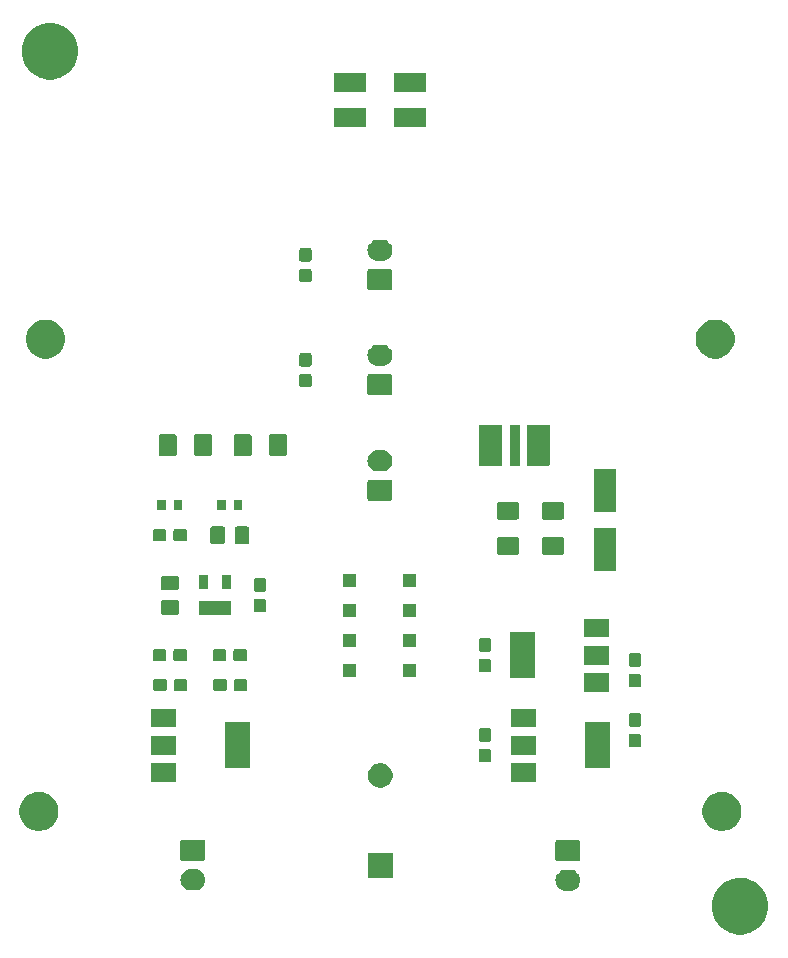
<source format=gbr>
%TF.GenerationSoftware,KiCad,Pcbnew,(5.1.5)-3*%
%TF.CreationDate,2020-08-07T17:04:35+02:00*%
%TF.ProjectId,continuity,636f6e74-696e-4756-9974-792e6b696361,rev?*%
%TF.SameCoordinates,Original*%
%TF.FileFunction,Soldermask,Top*%
%TF.FilePolarity,Negative*%
%FSLAX46Y46*%
G04 Gerber Fmt 4.6, Leading zero omitted, Abs format (unit mm)*
G04 Created by KiCad (PCBNEW (5.1.5)-3) date 2020-08-07 17:04:35*
%MOMM*%
%LPD*%
G04 APERTURE LIST*
%ADD10C,0.100000*%
G04 APERTURE END LIST*
D10*
G36*
X90638275Y-99245821D02*
G01*
X90870142Y-99291942D01*
X91025585Y-99356329D01*
X91306967Y-99472881D01*
X91437418Y-99560046D01*
X91700102Y-99735565D01*
X92034435Y-100069898D01*
X92150961Y-100244292D01*
X92297119Y-100463033D01*
X92478058Y-100899859D01*
X92570300Y-101363590D01*
X92570300Y-101836410D01*
X92478058Y-102300141D01*
X92297119Y-102736967D01*
X92297118Y-102736968D01*
X92034435Y-103130102D01*
X91700102Y-103464435D01*
X91437418Y-103639954D01*
X91306967Y-103727119D01*
X91051081Y-103833110D01*
X90870142Y-103908058D01*
X90406410Y-104000300D01*
X89933590Y-104000300D01*
X89469858Y-103908058D01*
X89288919Y-103833110D01*
X89033033Y-103727119D01*
X88902582Y-103639954D01*
X88639898Y-103464435D01*
X88305565Y-103130102D01*
X88042882Y-102736968D01*
X88042881Y-102736967D01*
X87861942Y-102300141D01*
X87769700Y-101836410D01*
X87769700Y-101363590D01*
X87861942Y-100899859D01*
X88042881Y-100463033D01*
X88189039Y-100244292D01*
X88305565Y-100069898D01*
X88639898Y-99735565D01*
X88902582Y-99560046D01*
X89033033Y-99472881D01*
X89314415Y-99356329D01*
X89469858Y-99291942D01*
X89933590Y-99199700D01*
X90406410Y-99199700D01*
X90638275Y-99245821D01*
G37*
G36*
X75849467Y-98501847D02*
G01*
X75915652Y-98508366D01*
X76085491Y-98559886D01*
X76242016Y-98643551D01*
X76277754Y-98672881D01*
X76379211Y-98756143D01*
X76458976Y-98853338D01*
X76491803Y-98893338D01*
X76575468Y-99049863D01*
X76626988Y-99219702D01*
X76644384Y-99396329D01*
X76626988Y-99572956D01*
X76575468Y-99742795D01*
X76491803Y-99899320D01*
X76462473Y-99935058D01*
X76379211Y-100036515D01*
X76290756Y-100109107D01*
X76242016Y-100149107D01*
X76085491Y-100232772D01*
X75915652Y-100284292D01*
X75849467Y-100290811D01*
X75783285Y-100297329D01*
X75394765Y-100297329D01*
X75328583Y-100290811D01*
X75262398Y-100284292D01*
X75092559Y-100232772D01*
X74936034Y-100149107D01*
X74887294Y-100109107D01*
X74798839Y-100036515D01*
X74715577Y-99935058D01*
X74686247Y-99899320D01*
X74602582Y-99742795D01*
X74551062Y-99572956D01*
X74533666Y-99396329D01*
X74551062Y-99219702D01*
X74602582Y-99049863D01*
X74686247Y-98893338D01*
X74719074Y-98853338D01*
X74798839Y-98756143D01*
X74900296Y-98672881D01*
X74936034Y-98643551D01*
X75092559Y-98559886D01*
X75262398Y-98508366D01*
X75328582Y-98501848D01*
X75394765Y-98495329D01*
X75783285Y-98495329D01*
X75849467Y-98501847D01*
G37*
G36*
X44099467Y-98461847D02*
G01*
X44165652Y-98468366D01*
X44335491Y-98519886D01*
X44492016Y-98603551D01*
X44527754Y-98632881D01*
X44629211Y-98716143D01*
X44712473Y-98817600D01*
X44741803Y-98853338D01*
X44825468Y-99009863D01*
X44876988Y-99179702D01*
X44894384Y-99356329D01*
X44876988Y-99532956D01*
X44825468Y-99702795D01*
X44741803Y-99859320D01*
X44712473Y-99895058D01*
X44629211Y-99996515D01*
X44539792Y-100069898D01*
X44492016Y-100109107D01*
X44335491Y-100192772D01*
X44165652Y-100244292D01*
X44099468Y-100250810D01*
X44033285Y-100257329D01*
X43644765Y-100257329D01*
X43578582Y-100250810D01*
X43512398Y-100244292D01*
X43342559Y-100192772D01*
X43186034Y-100109107D01*
X43138258Y-100069898D01*
X43048839Y-99996515D01*
X42965577Y-99895058D01*
X42936247Y-99859320D01*
X42852582Y-99702795D01*
X42801062Y-99532956D01*
X42783666Y-99356329D01*
X42801062Y-99179702D01*
X42852582Y-99009863D01*
X42936247Y-98853338D01*
X42965577Y-98817600D01*
X43048839Y-98716143D01*
X43150296Y-98632881D01*
X43186034Y-98603551D01*
X43342559Y-98519886D01*
X43512398Y-98468366D01*
X43578583Y-98461847D01*
X43644765Y-98455329D01*
X44033285Y-98455329D01*
X44099467Y-98461847D01*
G37*
G36*
X60765025Y-99177329D02*
G01*
X58663025Y-99177329D01*
X58663025Y-97075329D01*
X60765025Y-97075329D01*
X60765025Y-99177329D01*
G37*
G36*
X76497625Y-95999318D02*
G01*
X76530677Y-96009344D01*
X76561128Y-96025621D01*
X76587824Y-96047530D01*
X76609733Y-96074226D01*
X76626010Y-96104677D01*
X76636036Y-96137729D01*
X76640025Y-96178232D01*
X76640025Y-97614426D01*
X76636036Y-97654929D01*
X76626010Y-97687981D01*
X76609733Y-97718432D01*
X76587824Y-97745128D01*
X76561128Y-97767037D01*
X76530677Y-97783314D01*
X76497625Y-97793340D01*
X76457122Y-97797329D01*
X74720928Y-97797329D01*
X74680425Y-97793340D01*
X74647373Y-97783314D01*
X74616922Y-97767037D01*
X74590226Y-97745128D01*
X74568317Y-97718432D01*
X74552040Y-97687981D01*
X74542014Y-97654929D01*
X74538025Y-97614426D01*
X74538025Y-96178232D01*
X74542014Y-96137729D01*
X74552040Y-96104677D01*
X74568317Y-96074226D01*
X74590226Y-96047530D01*
X74616922Y-96025621D01*
X74647373Y-96009344D01*
X74680425Y-95999318D01*
X74720928Y-95995329D01*
X76457122Y-95995329D01*
X76497625Y-95999318D01*
G37*
G36*
X44747625Y-95959318D02*
G01*
X44780677Y-95969344D01*
X44811128Y-95985621D01*
X44837824Y-96007530D01*
X44859733Y-96034226D01*
X44876010Y-96064677D01*
X44886036Y-96097729D01*
X44890025Y-96138232D01*
X44890025Y-97574426D01*
X44886036Y-97614929D01*
X44876010Y-97647981D01*
X44859733Y-97678432D01*
X44837824Y-97705128D01*
X44811128Y-97727037D01*
X44780677Y-97743314D01*
X44747625Y-97753340D01*
X44707122Y-97757329D01*
X42970928Y-97757329D01*
X42930425Y-97753340D01*
X42897373Y-97743314D01*
X42866922Y-97727037D01*
X42840226Y-97705128D01*
X42818317Y-97678432D01*
X42802040Y-97647981D01*
X42792014Y-97614929D01*
X42788025Y-97574426D01*
X42788025Y-96138232D01*
X42792014Y-96097729D01*
X42802040Y-96064677D01*
X42818317Y-96034226D01*
X42840226Y-96007530D01*
X42866922Y-95985621D01*
X42897373Y-95969344D01*
X42930425Y-95959318D01*
X42970928Y-95955329D01*
X44707122Y-95955329D01*
X44747625Y-95959318D01*
G37*
G36*
X89002325Y-91968812D02*
G01*
X89108648Y-91989961D01*
X89321106Y-92077964D01*
X89408530Y-92114176D01*
X89409111Y-92114417D01*
X89679520Y-92295099D01*
X89909484Y-92525063D01*
X90090166Y-92795472D01*
X90214622Y-93095935D01*
X90278069Y-93414905D01*
X90278069Y-93740123D01*
X90214622Y-94059093D01*
X90090166Y-94359556D01*
X89909484Y-94629965D01*
X89679520Y-94859929D01*
X89409111Y-95040611D01*
X89108648Y-95165067D01*
X89002325Y-95186216D01*
X88789680Y-95228514D01*
X88464458Y-95228514D01*
X88251813Y-95186216D01*
X88145490Y-95165067D01*
X87845027Y-95040611D01*
X87574618Y-94859929D01*
X87344654Y-94629965D01*
X87163972Y-94359556D01*
X87039516Y-94059093D01*
X86976069Y-93740123D01*
X86976069Y-93414905D01*
X87039516Y-93095935D01*
X87163972Y-92795472D01*
X87344654Y-92525063D01*
X87574618Y-92295099D01*
X87845027Y-92114417D01*
X87845609Y-92114176D01*
X87933032Y-92077964D01*
X88145490Y-91989961D01*
X88251813Y-91968812D01*
X88464458Y-91926514D01*
X88789680Y-91926514D01*
X89002325Y-91968812D01*
G37*
G36*
X31176326Y-91968571D02*
G01*
X31282649Y-91989720D01*
X31583112Y-92114176D01*
X31853521Y-92294858D01*
X32083485Y-92524822D01*
X32264167Y-92795231D01*
X32388623Y-93095694D01*
X32452070Y-93414664D01*
X32452070Y-93739882D01*
X32388623Y-94058852D01*
X32264167Y-94359315D01*
X32083485Y-94629724D01*
X31853521Y-94859688D01*
X31583112Y-95040370D01*
X31583111Y-95040371D01*
X31583110Y-95040371D01*
X31582528Y-95040612D01*
X31282649Y-95164826D01*
X31176326Y-95185975D01*
X30963681Y-95228273D01*
X30638459Y-95228273D01*
X30425814Y-95185975D01*
X30319491Y-95164826D01*
X30019612Y-95040612D01*
X30019030Y-95040371D01*
X30019029Y-95040371D01*
X30019028Y-95040370D01*
X29748619Y-94859688D01*
X29518655Y-94629724D01*
X29337973Y-94359315D01*
X29213517Y-94058852D01*
X29150070Y-93739882D01*
X29150070Y-93414664D01*
X29213517Y-93095694D01*
X29337973Y-92795231D01*
X29518655Y-92524822D01*
X29748619Y-92294858D01*
X30019028Y-92114176D01*
X30319491Y-91989720D01*
X30425814Y-91968571D01*
X30638459Y-91926273D01*
X30963681Y-91926273D01*
X31176326Y-91968571D01*
G37*
G36*
X60020589Y-89515718D02*
G01*
X60211858Y-89594944D01*
X60211860Y-89594945D01*
X60383998Y-89709964D01*
X60530390Y-89856356D01*
X60645410Y-90028496D01*
X60724636Y-90219765D01*
X60765025Y-90422813D01*
X60765025Y-90629845D01*
X60724636Y-90832893D01*
X60645410Y-91024162D01*
X60645409Y-91024164D01*
X60530390Y-91196302D01*
X60383998Y-91342694D01*
X60211860Y-91457713D01*
X60211859Y-91457714D01*
X60211858Y-91457714D01*
X60020589Y-91536940D01*
X59817541Y-91577329D01*
X59610509Y-91577329D01*
X59407461Y-91536940D01*
X59216192Y-91457714D01*
X59216191Y-91457714D01*
X59216190Y-91457713D01*
X59044052Y-91342694D01*
X58897660Y-91196302D01*
X58782641Y-91024164D01*
X58782640Y-91024162D01*
X58703414Y-90832893D01*
X58663025Y-90629845D01*
X58663025Y-90422813D01*
X58703414Y-90219765D01*
X58782640Y-90028496D01*
X58897660Y-89856356D01*
X59044052Y-89709964D01*
X59216190Y-89594945D01*
X59216192Y-89594944D01*
X59407461Y-89515718D01*
X59610509Y-89475329D01*
X59817541Y-89475329D01*
X60020589Y-89515718D01*
G37*
G36*
X72867000Y-91067329D02*
G01*
X70765000Y-91067329D01*
X70765000Y-89465329D01*
X72867000Y-89465329D01*
X72867000Y-91067329D01*
G37*
G36*
X42375025Y-91067329D02*
G01*
X40273025Y-91067329D01*
X40273025Y-89465329D01*
X42375025Y-89465329D01*
X42375025Y-91067329D01*
G37*
G36*
X48675025Y-89917329D02*
G01*
X46573025Y-89917329D01*
X46573025Y-86015329D01*
X48675025Y-86015329D01*
X48675025Y-89917329D01*
G37*
G36*
X79167000Y-89917329D02*
G01*
X77065000Y-89917329D01*
X77065000Y-86015329D01*
X79167000Y-86015329D01*
X79167000Y-89917329D01*
G37*
G36*
X68928524Y-88269774D02*
G01*
X68966020Y-88281149D01*
X69000579Y-88299621D01*
X69030872Y-88324482D01*
X69055733Y-88354775D01*
X69074205Y-88389334D01*
X69085580Y-88426830D01*
X69090025Y-88471967D01*
X69090025Y-89210691D01*
X69085580Y-89255828D01*
X69074205Y-89293324D01*
X69055733Y-89327883D01*
X69030872Y-89358176D01*
X69000579Y-89383037D01*
X68966020Y-89401509D01*
X68928524Y-89412884D01*
X68883387Y-89417329D01*
X68244663Y-89417329D01*
X68199526Y-89412884D01*
X68162030Y-89401509D01*
X68127471Y-89383037D01*
X68097178Y-89358176D01*
X68072317Y-89327883D01*
X68053845Y-89293324D01*
X68042470Y-89255828D01*
X68038025Y-89210691D01*
X68038025Y-88471967D01*
X68042470Y-88426830D01*
X68053845Y-88389334D01*
X68072317Y-88354775D01*
X68097178Y-88324482D01*
X68127471Y-88299621D01*
X68162030Y-88281149D01*
X68199526Y-88269774D01*
X68244663Y-88265329D01*
X68883387Y-88265329D01*
X68928524Y-88269774D01*
G37*
G36*
X72867000Y-88767329D02*
G01*
X70765000Y-88767329D01*
X70765000Y-87165329D01*
X72867000Y-87165329D01*
X72867000Y-88767329D01*
G37*
G36*
X42375025Y-88767329D02*
G01*
X40273025Y-88767329D01*
X40273025Y-87165329D01*
X42375025Y-87165329D01*
X42375025Y-88767329D01*
G37*
G36*
X81628524Y-86999774D02*
G01*
X81666020Y-87011149D01*
X81700579Y-87029621D01*
X81730872Y-87054482D01*
X81755733Y-87084775D01*
X81774205Y-87119334D01*
X81785580Y-87156830D01*
X81790025Y-87201967D01*
X81790025Y-87940691D01*
X81785580Y-87985828D01*
X81774205Y-88023324D01*
X81755733Y-88057883D01*
X81730872Y-88088176D01*
X81700579Y-88113037D01*
X81666020Y-88131509D01*
X81628524Y-88142884D01*
X81583387Y-88147329D01*
X80944663Y-88147329D01*
X80899526Y-88142884D01*
X80862030Y-88131509D01*
X80827471Y-88113037D01*
X80797178Y-88088176D01*
X80772317Y-88057883D01*
X80753845Y-88023324D01*
X80742470Y-87985828D01*
X80738025Y-87940691D01*
X80738025Y-87201967D01*
X80742470Y-87156830D01*
X80753845Y-87119334D01*
X80772317Y-87084775D01*
X80797178Y-87054482D01*
X80827471Y-87029621D01*
X80862030Y-87011149D01*
X80899526Y-86999774D01*
X80944663Y-86995329D01*
X81583387Y-86995329D01*
X81628524Y-86999774D01*
G37*
G36*
X68928524Y-86519774D02*
G01*
X68966020Y-86531149D01*
X69000579Y-86549621D01*
X69030872Y-86574482D01*
X69055733Y-86604775D01*
X69074205Y-86639334D01*
X69085580Y-86676830D01*
X69090025Y-86721967D01*
X69090025Y-87460691D01*
X69085580Y-87505828D01*
X69074205Y-87543324D01*
X69055733Y-87577883D01*
X69030872Y-87608176D01*
X69000579Y-87633037D01*
X68966020Y-87651509D01*
X68928524Y-87662884D01*
X68883387Y-87667329D01*
X68244663Y-87667329D01*
X68199526Y-87662884D01*
X68162030Y-87651509D01*
X68127471Y-87633037D01*
X68097178Y-87608176D01*
X68072317Y-87577883D01*
X68053845Y-87543324D01*
X68042470Y-87505828D01*
X68038025Y-87460691D01*
X68038025Y-86721967D01*
X68042470Y-86676830D01*
X68053845Y-86639334D01*
X68072317Y-86604775D01*
X68097178Y-86574482D01*
X68127471Y-86549621D01*
X68162030Y-86531149D01*
X68199526Y-86519774D01*
X68244663Y-86515329D01*
X68883387Y-86515329D01*
X68928524Y-86519774D01*
G37*
G36*
X72867000Y-86467329D02*
G01*
X70765000Y-86467329D01*
X70765000Y-84865329D01*
X72867000Y-84865329D01*
X72867000Y-86467329D01*
G37*
G36*
X42375025Y-86467329D02*
G01*
X40273025Y-86467329D01*
X40273025Y-84865329D01*
X42375025Y-84865329D01*
X42375025Y-86467329D01*
G37*
G36*
X81628524Y-85249774D02*
G01*
X81666020Y-85261149D01*
X81700579Y-85279621D01*
X81730872Y-85304482D01*
X81755733Y-85334775D01*
X81774205Y-85369334D01*
X81785580Y-85406830D01*
X81790025Y-85451967D01*
X81790025Y-86190691D01*
X81785580Y-86235828D01*
X81774205Y-86273324D01*
X81755733Y-86307883D01*
X81730872Y-86338176D01*
X81700579Y-86363037D01*
X81666020Y-86381509D01*
X81628524Y-86392884D01*
X81583387Y-86397329D01*
X80944663Y-86397329D01*
X80899526Y-86392884D01*
X80862030Y-86381509D01*
X80827471Y-86363037D01*
X80797178Y-86338176D01*
X80772317Y-86307883D01*
X80753845Y-86273324D01*
X80742470Y-86235828D01*
X80738025Y-86190691D01*
X80738025Y-85451967D01*
X80742470Y-85406830D01*
X80753845Y-85369334D01*
X80772317Y-85334775D01*
X80797178Y-85304482D01*
X80827471Y-85279621D01*
X80862030Y-85261149D01*
X80899526Y-85249774D01*
X80944663Y-85245329D01*
X81583387Y-85245329D01*
X81628524Y-85249774D01*
G37*
G36*
X79097000Y-83447329D02*
G01*
X76995000Y-83447329D01*
X76995000Y-81845329D01*
X79097000Y-81845329D01*
X79097000Y-83447329D01*
G37*
G36*
X46553524Y-82364774D02*
G01*
X46591020Y-82376149D01*
X46625579Y-82394621D01*
X46655872Y-82419482D01*
X46680733Y-82449775D01*
X46699205Y-82484334D01*
X46710580Y-82521830D01*
X46715025Y-82566967D01*
X46715025Y-83205691D01*
X46710580Y-83250828D01*
X46699205Y-83288324D01*
X46680733Y-83322883D01*
X46655872Y-83353176D01*
X46625579Y-83378037D01*
X46591020Y-83396509D01*
X46553524Y-83407884D01*
X46508387Y-83412329D01*
X45769663Y-83412329D01*
X45724526Y-83407884D01*
X45687030Y-83396509D01*
X45652471Y-83378037D01*
X45622178Y-83353176D01*
X45597317Y-83322883D01*
X45578845Y-83288324D01*
X45567470Y-83250828D01*
X45563025Y-83205691D01*
X45563025Y-82566967D01*
X45567470Y-82521830D01*
X45578845Y-82484334D01*
X45597317Y-82449775D01*
X45622178Y-82419482D01*
X45652471Y-82394621D01*
X45687030Y-82376149D01*
X45724526Y-82364774D01*
X45769663Y-82360329D01*
X46508387Y-82360329D01*
X46553524Y-82364774D01*
G37*
G36*
X48303524Y-82364774D02*
G01*
X48341020Y-82376149D01*
X48375579Y-82394621D01*
X48405872Y-82419482D01*
X48430733Y-82449775D01*
X48449205Y-82484334D01*
X48460580Y-82521830D01*
X48465025Y-82566967D01*
X48465025Y-83205691D01*
X48460580Y-83250828D01*
X48449205Y-83288324D01*
X48430733Y-83322883D01*
X48405872Y-83353176D01*
X48375579Y-83378037D01*
X48341020Y-83396509D01*
X48303524Y-83407884D01*
X48258387Y-83412329D01*
X47519663Y-83412329D01*
X47474526Y-83407884D01*
X47437030Y-83396509D01*
X47402471Y-83378037D01*
X47372178Y-83353176D01*
X47347317Y-83322883D01*
X47328845Y-83288324D01*
X47317470Y-83250828D01*
X47313025Y-83205691D01*
X47313025Y-82566967D01*
X47317470Y-82521830D01*
X47328845Y-82484334D01*
X47347317Y-82449775D01*
X47372178Y-82419482D01*
X47402471Y-82394621D01*
X47437030Y-82376149D01*
X47474526Y-82364774D01*
X47519663Y-82360329D01*
X48258387Y-82360329D01*
X48303524Y-82364774D01*
G37*
G36*
X41473524Y-82364774D02*
G01*
X41511020Y-82376149D01*
X41545579Y-82394621D01*
X41575872Y-82419482D01*
X41600733Y-82449775D01*
X41619205Y-82484334D01*
X41630580Y-82521830D01*
X41635025Y-82566967D01*
X41635025Y-83205691D01*
X41630580Y-83250828D01*
X41619205Y-83288324D01*
X41600733Y-83322883D01*
X41575872Y-83353176D01*
X41545579Y-83378037D01*
X41511020Y-83396509D01*
X41473524Y-83407884D01*
X41428387Y-83412329D01*
X40689663Y-83412329D01*
X40644526Y-83407884D01*
X40607030Y-83396509D01*
X40572471Y-83378037D01*
X40542178Y-83353176D01*
X40517317Y-83322883D01*
X40498845Y-83288324D01*
X40487470Y-83250828D01*
X40483025Y-83205691D01*
X40483025Y-82566967D01*
X40487470Y-82521830D01*
X40498845Y-82484334D01*
X40517317Y-82449775D01*
X40542178Y-82419482D01*
X40572471Y-82394621D01*
X40607030Y-82376149D01*
X40644526Y-82364774D01*
X40689663Y-82360329D01*
X41428387Y-82360329D01*
X41473524Y-82364774D01*
G37*
G36*
X43223524Y-82364774D02*
G01*
X43261020Y-82376149D01*
X43295579Y-82394621D01*
X43325872Y-82419482D01*
X43350733Y-82449775D01*
X43369205Y-82484334D01*
X43380580Y-82521830D01*
X43385025Y-82566967D01*
X43385025Y-83205691D01*
X43380580Y-83250828D01*
X43369205Y-83288324D01*
X43350733Y-83322883D01*
X43325872Y-83353176D01*
X43295579Y-83378037D01*
X43261020Y-83396509D01*
X43223524Y-83407884D01*
X43178387Y-83412329D01*
X42439663Y-83412329D01*
X42394526Y-83407884D01*
X42357030Y-83396509D01*
X42322471Y-83378037D01*
X42292178Y-83353176D01*
X42267317Y-83322883D01*
X42248845Y-83288324D01*
X42237470Y-83250828D01*
X42233025Y-83205691D01*
X42233025Y-82566967D01*
X42237470Y-82521830D01*
X42248845Y-82484334D01*
X42267317Y-82449775D01*
X42292178Y-82419482D01*
X42322471Y-82394621D01*
X42357030Y-82376149D01*
X42394526Y-82364774D01*
X42439663Y-82360329D01*
X43178387Y-82360329D01*
X43223524Y-82364774D01*
G37*
G36*
X81628524Y-81919774D02*
G01*
X81666020Y-81931149D01*
X81700579Y-81949621D01*
X81730872Y-81974482D01*
X81755733Y-82004775D01*
X81774205Y-82039334D01*
X81785580Y-82076830D01*
X81790025Y-82121967D01*
X81790025Y-82860691D01*
X81785580Y-82905828D01*
X81774205Y-82943324D01*
X81755733Y-82977883D01*
X81730872Y-83008176D01*
X81700579Y-83033037D01*
X81666020Y-83051509D01*
X81628524Y-83062884D01*
X81583387Y-83067329D01*
X80944663Y-83067329D01*
X80899526Y-83062884D01*
X80862030Y-83051509D01*
X80827471Y-83033037D01*
X80797178Y-83008176D01*
X80772317Y-82977883D01*
X80753845Y-82943324D01*
X80742470Y-82905828D01*
X80738025Y-82860691D01*
X80738025Y-82121967D01*
X80742470Y-82076830D01*
X80753845Y-82039334D01*
X80772317Y-82004775D01*
X80797178Y-81974482D01*
X80827471Y-81949621D01*
X80862030Y-81931149D01*
X80899526Y-81919774D01*
X80944663Y-81915329D01*
X81583387Y-81915329D01*
X81628524Y-81919774D01*
G37*
G36*
X72797000Y-82297329D02*
G01*
X70695000Y-82297329D01*
X70695000Y-78395329D01*
X72797000Y-78395329D01*
X72797000Y-82297329D01*
G37*
G36*
X57685025Y-82167329D02*
G01*
X56583025Y-82167329D01*
X56583025Y-81065329D01*
X57685025Y-81065329D01*
X57685025Y-82167329D01*
G37*
G36*
X62765025Y-82167329D02*
G01*
X61663025Y-82167329D01*
X61663025Y-81065329D01*
X62765025Y-81065329D01*
X62765025Y-82167329D01*
G37*
G36*
X68928524Y-80649774D02*
G01*
X68966020Y-80661149D01*
X69000579Y-80679621D01*
X69030872Y-80704482D01*
X69055733Y-80734775D01*
X69074205Y-80769334D01*
X69085580Y-80806830D01*
X69090025Y-80851967D01*
X69090025Y-81590691D01*
X69085580Y-81635828D01*
X69074205Y-81673324D01*
X69055733Y-81707883D01*
X69030872Y-81738176D01*
X69000579Y-81763037D01*
X68966020Y-81781509D01*
X68928524Y-81792884D01*
X68883387Y-81797329D01*
X68244663Y-81797329D01*
X68199526Y-81792884D01*
X68162030Y-81781509D01*
X68127471Y-81763037D01*
X68097178Y-81738176D01*
X68072317Y-81707883D01*
X68053845Y-81673324D01*
X68042470Y-81635828D01*
X68038025Y-81590691D01*
X68038025Y-80851967D01*
X68042470Y-80806830D01*
X68053845Y-80769334D01*
X68072317Y-80734775D01*
X68097178Y-80704482D01*
X68127471Y-80679621D01*
X68162030Y-80661149D01*
X68199526Y-80649774D01*
X68244663Y-80645329D01*
X68883387Y-80645329D01*
X68928524Y-80649774D01*
G37*
G36*
X81628524Y-80169774D02*
G01*
X81666020Y-80181149D01*
X81700579Y-80199621D01*
X81730872Y-80224482D01*
X81755733Y-80254775D01*
X81774205Y-80289334D01*
X81785580Y-80326830D01*
X81790025Y-80371967D01*
X81790025Y-81110691D01*
X81785580Y-81155828D01*
X81774205Y-81193324D01*
X81755733Y-81227883D01*
X81730872Y-81258176D01*
X81700579Y-81283037D01*
X81666020Y-81301509D01*
X81628524Y-81312884D01*
X81583387Y-81317329D01*
X80944663Y-81317329D01*
X80899526Y-81312884D01*
X80862030Y-81301509D01*
X80827471Y-81283037D01*
X80797178Y-81258176D01*
X80772317Y-81227883D01*
X80753845Y-81193324D01*
X80742470Y-81155828D01*
X80738025Y-81110691D01*
X80738025Y-80371967D01*
X80742470Y-80326830D01*
X80753845Y-80289334D01*
X80772317Y-80254775D01*
X80797178Y-80224482D01*
X80827471Y-80199621D01*
X80862030Y-80181149D01*
X80899526Y-80169774D01*
X80944663Y-80165329D01*
X81583387Y-80165329D01*
X81628524Y-80169774D01*
G37*
G36*
X79097000Y-81147329D02*
G01*
X76995000Y-81147329D01*
X76995000Y-79545329D01*
X79097000Y-79545329D01*
X79097000Y-81147329D01*
G37*
G36*
X43183524Y-79824774D02*
G01*
X43221020Y-79836149D01*
X43255579Y-79854621D01*
X43285872Y-79879482D01*
X43310733Y-79909775D01*
X43329205Y-79944334D01*
X43340580Y-79981830D01*
X43345025Y-80026967D01*
X43345025Y-80665691D01*
X43340580Y-80710828D01*
X43329205Y-80748324D01*
X43310733Y-80782883D01*
X43285872Y-80813176D01*
X43255579Y-80838037D01*
X43221020Y-80856509D01*
X43183524Y-80867884D01*
X43138387Y-80872329D01*
X42399663Y-80872329D01*
X42354526Y-80867884D01*
X42317030Y-80856509D01*
X42282471Y-80838037D01*
X42252178Y-80813176D01*
X42227317Y-80782883D01*
X42208845Y-80748324D01*
X42197470Y-80710828D01*
X42193025Y-80665691D01*
X42193025Y-80026967D01*
X42197470Y-79981830D01*
X42208845Y-79944334D01*
X42227317Y-79909775D01*
X42252178Y-79879482D01*
X42282471Y-79854621D01*
X42317030Y-79836149D01*
X42354526Y-79824774D01*
X42399663Y-79820329D01*
X43138387Y-79820329D01*
X43183524Y-79824774D01*
G37*
G36*
X41433524Y-79824774D02*
G01*
X41471020Y-79836149D01*
X41505579Y-79854621D01*
X41535872Y-79879482D01*
X41560733Y-79909775D01*
X41579205Y-79944334D01*
X41590580Y-79981830D01*
X41595025Y-80026967D01*
X41595025Y-80665691D01*
X41590580Y-80710828D01*
X41579205Y-80748324D01*
X41560733Y-80782883D01*
X41535872Y-80813176D01*
X41505579Y-80838037D01*
X41471020Y-80856509D01*
X41433524Y-80867884D01*
X41388387Y-80872329D01*
X40649663Y-80872329D01*
X40604526Y-80867884D01*
X40567030Y-80856509D01*
X40532471Y-80838037D01*
X40502178Y-80813176D01*
X40477317Y-80782883D01*
X40458845Y-80748324D01*
X40447470Y-80710828D01*
X40443025Y-80665691D01*
X40443025Y-80026967D01*
X40447470Y-79981830D01*
X40458845Y-79944334D01*
X40477317Y-79909775D01*
X40502178Y-79879482D01*
X40532471Y-79854621D01*
X40567030Y-79836149D01*
X40604526Y-79824774D01*
X40649663Y-79820329D01*
X41388387Y-79820329D01*
X41433524Y-79824774D01*
G37*
G36*
X46513524Y-79824774D02*
G01*
X46551020Y-79836149D01*
X46585579Y-79854621D01*
X46615872Y-79879482D01*
X46640733Y-79909775D01*
X46659205Y-79944334D01*
X46670580Y-79981830D01*
X46675025Y-80026967D01*
X46675025Y-80665691D01*
X46670580Y-80710828D01*
X46659205Y-80748324D01*
X46640733Y-80782883D01*
X46615872Y-80813176D01*
X46585579Y-80838037D01*
X46551020Y-80856509D01*
X46513524Y-80867884D01*
X46468387Y-80872329D01*
X45729663Y-80872329D01*
X45684526Y-80867884D01*
X45647030Y-80856509D01*
X45612471Y-80838037D01*
X45582178Y-80813176D01*
X45557317Y-80782883D01*
X45538845Y-80748324D01*
X45527470Y-80710828D01*
X45523025Y-80665691D01*
X45523025Y-80026967D01*
X45527470Y-79981830D01*
X45538845Y-79944334D01*
X45557317Y-79909775D01*
X45582178Y-79879482D01*
X45612471Y-79854621D01*
X45647030Y-79836149D01*
X45684526Y-79824774D01*
X45729663Y-79820329D01*
X46468387Y-79820329D01*
X46513524Y-79824774D01*
G37*
G36*
X48263524Y-79824774D02*
G01*
X48301020Y-79836149D01*
X48335579Y-79854621D01*
X48365872Y-79879482D01*
X48390733Y-79909775D01*
X48409205Y-79944334D01*
X48420580Y-79981830D01*
X48425025Y-80026967D01*
X48425025Y-80665691D01*
X48420580Y-80710828D01*
X48409205Y-80748324D01*
X48390733Y-80782883D01*
X48365872Y-80813176D01*
X48335579Y-80838037D01*
X48301020Y-80856509D01*
X48263524Y-80867884D01*
X48218387Y-80872329D01*
X47479663Y-80872329D01*
X47434526Y-80867884D01*
X47397030Y-80856509D01*
X47362471Y-80838037D01*
X47332178Y-80813176D01*
X47307317Y-80782883D01*
X47288845Y-80748324D01*
X47277470Y-80710828D01*
X47273025Y-80665691D01*
X47273025Y-80026967D01*
X47277470Y-79981830D01*
X47288845Y-79944334D01*
X47307317Y-79909775D01*
X47332178Y-79879482D01*
X47362471Y-79854621D01*
X47397030Y-79836149D01*
X47434526Y-79824774D01*
X47479663Y-79820329D01*
X48218387Y-79820329D01*
X48263524Y-79824774D01*
G37*
G36*
X68928524Y-78899774D02*
G01*
X68966020Y-78911149D01*
X69000579Y-78929621D01*
X69030872Y-78954482D01*
X69055733Y-78984775D01*
X69074205Y-79019334D01*
X69085580Y-79056830D01*
X69090025Y-79101967D01*
X69090025Y-79840691D01*
X69085580Y-79885828D01*
X69074205Y-79923324D01*
X69055733Y-79957883D01*
X69030872Y-79988176D01*
X69000579Y-80013037D01*
X68966020Y-80031509D01*
X68928524Y-80042884D01*
X68883387Y-80047329D01*
X68244663Y-80047329D01*
X68199526Y-80042884D01*
X68162030Y-80031509D01*
X68127471Y-80013037D01*
X68097178Y-79988176D01*
X68072317Y-79957883D01*
X68053845Y-79923324D01*
X68042470Y-79885828D01*
X68038025Y-79840691D01*
X68038025Y-79101967D01*
X68042470Y-79056830D01*
X68053845Y-79019334D01*
X68072317Y-78984775D01*
X68097178Y-78954482D01*
X68127471Y-78929621D01*
X68162030Y-78911149D01*
X68199526Y-78899774D01*
X68244663Y-78895329D01*
X68883387Y-78895329D01*
X68928524Y-78899774D01*
G37*
G36*
X62765025Y-79627329D02*
G01*
X61663025Y-79627329D01*
X61663025Y-78525329D01*
X62765025Y-78525329D01*
X62765025Y-79627329D01*
G37*
G36*
X57685025Y-79627329D02*
G01*
X56583025Y-79627329D01*
X56583025Y-78525329D01*
X57685025Y-78525329D01*
X57685025Y-79627329D01*
G37*
G36*
X79097000Y-78847329D02*
G01*
X76995000Y-78847329D01*
X76995000Y-77245329D01*
X79097000Y-77245329D01*
X79097000Y-78847329D01*
G37*
G36*
X57685025Y-77087329D02*
G01*
X56583025Y-77087329D01*
X56583025Y-75985329D01*
X57685025Y-75985329D01*
X57685025Y-77087329D01*
G37*
G36*
X62765025Y-77087329D02*
G01*
X61663025Y-77087329D01*
X61663025Y-75985329D01*
X62765025Y-75985329D01*
X62765025Y-77087329D01*
G37*
G36*
X47030025Y-76947329D02*
G01*
X44378025Y-76947329D01*
X44378025Y-75785329D01*
X47030025Y-75785329D01*
X47030025Y-76947329D01*
G37*
G36*
X42482699Y-75669794D02*
G01*
X42520392Y-75681228D01*
X42555128Y-75699795D01*
X42585573Y-75724781D01*
X42610559Y-75755226D01*
X42629126Y-75789962D01*
X42640560Y-75827655D01*
X42645025Y-75872990D01*
X42645025Y-76709668D01*
X42640560Y-76755003D01*
X42629126Y-76792696D01*
X42610559Y-76827432D01*
X42585573Y-76857877D01*
X42555128Y-76882863D01*
X42520392Y-76901430D01*
X42482699Y-76912864D01*
X42437364Y-76917329D01*
X41350686Y-76917329D01*
X41305351Y-76912864D01*
X41267658Y-76901430D01*
X41232922Y-76882863D01*
X41202477Y-76857877D01*
X41177491Y-76827432D01*
X41158924Y-76792696D01*
X41147490Y-76755003D01*
X41143025Y-76709668D01*
X41143025Y-75872990D01*
X41147490Y-75827655D01*
X41158924Y-75789962D01*
X41177491Y-75755226D01*
X41202477Y-75724781D01*
X41232922Y-75699795D01*
X41267658Y-75681228D01*
X41305351Y-75669794D01*
X41350686Y-75665329D01*
X42437364Y-75665329D01*
X42482699Y-75669794D01*
G37*
G36*
X49878524Y-75569774D02*
G01*
X49916020Y-75581149D01*
X49950579Y-75599621D01*
X49980872Y-75624482D01*
X50005733Y-75654775D01*
X50024205Y-75689334D01*
X50035580Y-75726830D01*
X50040025Y-75771967D01*
X50040025Y-76510691D01*
X50035580Y-76555828D01*
X50024205Y-76593324D01*
X50005733Y-76627883D01*
X49980872Y-76658176D01*
X49950579Y-76683037D01*
X49916020Y-76701509D01*
X49878524Y-76712884D01*
X49833387Y-76717329D01*
X49194663Y-76717329D01*
X49149526Y-76712884D01*
X49112030Y-76701509D01*
X49077471Y-76683037D01*
X49047178Y-76658176D01*
X49022317Y-76627883D01*
X49003845Y-76593324D01*
X48992470Y-76555828D01*
X48988025Y-76510691D01*
X48988025Y-75771967D01*
X48992470Y-75726830D01*
X49003845Y-75689334D01*
X49022317Y-75654775D01*
X49047178Y-75624482D01*
X49077471Y-75599621D01*
X49112030Y-75581149D01*
X49149526Y-75569774D01*
X49194663Y-75565329D01*
X49833387Y-75565329D01*
X49878524Y-75569774D01*
G37*
G36*
X49878524Y-73819774D02*
G01*
X49916020Y-73831149D01*
X49950579Y-73849621D01*
X49980872Y-73874482D01*
X50005733Y-73904775D01*
X50024205Y-73939334D01*
X50035580Y-73976830D01*
X50040025Y-74021967D01*
X50040025Y-74760691D01*
X50035580Y-74805828D01*
X50024205Y-74843324D01*
X50005733Y-74877883D01*
X49980872Y-74908176D01*
X49950579Y-74933037D01*
X49916020Y-74951509D01*
X49878524Y-74962884D01*
X49833387Y-74967329D01*
X49194663Y-74967329D01*
X49149526Y-74962884D01*
X49112030Y-74951509D01*
X49077471Y-74933037D01*
X49047178Y-74908176D01*
X49022317Y-74877883D01*
X49003845Y-74843324D01*
X48992470Y-74805828D01*
X48988025Y-74760691D01*
X48988025Y-74021967D01*
X48992470Y-73976830D01*
X49003845Y-73939334D01*
X49022317Y-73904775D01*
X49047178Y-73874482D01*
X49077471Y-73849621D01*
X49112030Y-73831149D01*
X49149526Y-73819774D01*
X49194663Y-73815329D01*
X49833387Y-73815329D01*
X49878524Y-73819774D01*
G37*
G36*
X42482699Y-73619794D02*
G01*
X42520392Y-73631228D01*
X42555128Y-73649795D01*
X42585573Y-73674781D01*
X42610559Y-73705226D01*
X42629126Y-73739962D01*
X42640560Y-73777655D01*
X42645025Y-73822990D01*
X42645025Y-74659668D01*
X42640560Y-74705003D01*
X42629126Y-74742696D01*
X42610559Y-74777432D01*
X42585573Y-74807877D01*
X42555128Y-74832863D01*
X42520392Y-74851430D01*
X42482699Y-74862864D01*
X42437364Y-74867329D01*
X41350686Y-74867329D01*
X41305351Y-74862864D01*
X41267658Y-74851430D01*
X41232922Y-74832863D01*
X41202477Y-74807877D01*
X41177491Y-74777432D01*
X41158924Y-74742696D01*
X41147490Y-74705003D01*
X41143025Y-74659668D01*
X41143025Y-73822990D01*
X41147490Y-73777655D01*
X41158924Y-73739962D01*
X41177491Y-73705226D01*
X41202477Y-73674781D01*
X41232922Y-73649795D01*
X41267658Y-73631228D01*
X41305351Y-73619794D01*
X41350686Y-73615329D01*
X42437364Y-73615329D01*
X42482699Y-73619794D01*
G37*
G36*
X45130025Y-74747329D02*
G01*
X44378025Y-74747329D01*
X44378025Y-73585329D01*
X45130025Y-73585329D01*
X45130025Y-74747329D01*
G37*
G36*
X47030025Y-74747329D02*
G01*
X46278025Y-74747329D01*
X46278025Y-73585329D01*
X47030025Y-73585329D01*
X47030025Y-74747329D01*
G37*
G36*
X62765025Y-74547329D02*
G01*
X61663025Y-74547329D01*
X61663025Y-73445329D01*
X62765025Y-73445329D01*
X62765025Y-74547329D01*
G37*
G36*
X57685025Y-74547329D02*
G01*
X56583025Y-74547329D01*
X56583025Y-73445329D01*
X57685025Y-73445329D01*
X57685025Y-74547329D01*
G37*
G36*
X79675025Y-73217329D02*
G01*
X77773025Y-73217329D01*
X77773025Y-69615329D01*
X79675025Y-69615329D01*
X79675025Y-73217329D01*
G37*
G36*
X75094587Y-70319510D02*
G01*
X75129506Y-70330103D01*
X75161688Y-70347305D01*
X75189898Y-70370456D01*
X75213049Y-70398666D01*
X75230251Y-70430848D01*
X75240844Y-70465767D01*
X75245025Y-70508224D01*
X75245025Y-71649434D01*
X75240844Y-71691891D01*
X75230251Y-71726810D01*
X75213049Y-71758992D01*
X75189898Y-71787202D01*
X75161688Y-71810353D01*
X75129506Y-71827555D01*
X75094587Y-71838148D01*
X75052130Y-71842329D01*
X73585920Y-71842329D01*
X73543463Y-71838148D01*
X73508544Y-71827555D01*
X73476362Y-71810353D01*
X73448152Y-71787202D01*
X73425001Y-71758992D01*
X73407799Y-71726810D01*
X73397206Y-71691891D01*
X73393025Y-71649434D01*
X73393025Y-70508224D01*
X73397206Y-70465767D01*
X73407799Y-70430848D01*
X73425001Y-70398666D01*
X73448152Y-70370456D01*
X73476362Y-70347305D01*
X73508544Y-70330103D01*
X73543463Y-70319510D01*
X73585920Y-70315329D01*
X75052130Y-70315329D01*
X75094587Y-70319510D01*
G37*
G36*
X71284587Y-70319510D02*
G01*
X71319506Y-70330103D01*
X71351688Y-70347305D01*
X71379898Y-70370456D01*
X71403049Y-70398666D01*
X71420251Y-70430848D01*
X71430844Y-70465767D01*
X71435025Y-70508224D01*
X71435025Y-71649434D01*
X71430844Y-71691891D01*
X71420251Y-71726810D01*
X71403049Y-71758992D01*
X71379898Y-71787202D01*
X71351688Y-71810353D01*
X71319506Y-71827555D01*
X71284587Y-71838148D01*
X71242130Y-71842329D01*
X69775920Y-71842329D01*
X69733463Y-71838148D01*
X69698544Y-71827555D01*
X69666362Y-71810353D01*
X69638152Y-71787202D01*
X69615001Y-71758992D01*
X69597799Y-71726810D01*
X69587206Y-71691891D01*
X69583025Y-71649434D01*
X69583025Y-70508224D01*
X69587206Y-70465767D01*
X69597799Y-70430848D01*
X69615001Y-70398666D01*
X69638152Y-70370456D01*
X69666362Y-70347305D01*
X69698544Y-70330103D01*
X69733463Y-70319510D01*
X69775920Y-70315329D01*
X71242130Y-70315329D01*
X71284587Y-70319510D01*
G37*
G36*
X48462699Y-69439794D02*
G01*
X48500392Y-69451228D01*
X48535128Y-69469795D01*
X48565573Y-69494781D01*
X48590559Y-69525226D01*
X48609126Y-69559962D01*
X48620560Y-69597655D01*
X48625025Y-69642990D01*
X48625025Y-70729668D01*
X48620560Y-70775003D01*
X48609126Y-70812696D01*
X48590559Y-70847432D01*
X48565573Y-70877877D01*
X48535128Y-70902863D01*
X48500392Y-70921430D01*
X48462699Y-70932864D01*
X48417364Y-70937329D01*
X47580686Y-70937329D01*
X47535351Y-70932864D01*
X47497658Y-70921430D01*
X47462922Y-70902863D01*
X47432477Y-70877877D01*
X47407491Y-70847432D01*
X47388924Y-70812696D01*
X47377490Y-70775003D01*
X47373025Y-70729668D01*
X47373025Y-69642990D01*
X47377490Y-69597655D01*
X47388924Y-69559962D01*
X47407491Y-69525226D01*
X47432477Y-69494781D01*
X47462922Y-69469795D01*
X47497658Y-69451228D01*
X47535351Y-69439794D01*
X47580686Y-69435329D01*
X48417364Y-69435329D01*
X48462699Y-69439794D01*
G37*
G36*
X46412699Y-69439794D02*
G01*
X46450392Y-69451228D01*
X46485128Y-69469795D01*
X46515573Y-69494781D01*
X46540559Y-69525226D01*
X46559126Y-69559962D01*
X46570560Y-69597655D01*
X46575025Y-69642990D01*
X46575025Y-70729668D01*
X46570560Y-70775003D01*
X46559126Y-70812696D01*
X46540559Y-70847432D01*
X46515573Y-70877877D01*
X46485128Y-70902863D01*
X46450392Y-70921430D01*
X46412699Y-70932864D01*
X46367364Y-70937329D01*
X45530686Y-70937329D01*
X45485351Y-70932864D01*
X45447658Y-70921430D01*
X45412922Y-70902863D01*
X45382477Y-70877877D01*
X45357491Y-70847432D01*
X45338924Y-70812696D01*
X45327490Y-70775003D01*
X45323025Y-70729668D01*
X45323025Y-69642990D01*
X45327490Y-69597655D01*
X45338924Y-69559962D01*
X45357491Y-69525226D01*
X45382477Y-69494781D01*
X45412922Y-69469795D01*
X45447658Y-69451228D01*
X45485351Y-69439794D01*
X45530686Y-69435329D01*
X46367364Y-69435329D01*
X46412699Y-69439794D01*
G37*
G36*
X41433524Y-69664774D02*
G01*
X41471020Y-69676149D01*
X41505579Y-69694621D01*
X41535872Y-69719482D01*
X41560733Y-69749775D01*
X41579205Y-69784334D01*
X41590580Y-69821830D01*
X41595025Y-69866967D01*
X41595025Y-70505691D01*
X41590580Y-70550828D01*
X41579205Y-70588324D01*
X41560733Y-70622883D01*
X41535872Y-70653176D01*
X41505579Y-70678037D01*
X41471020Y-70696509D01*
X41433524Y-70707884D01*
X41388387Y-70712329D01*
X40649663Y-70712329D01*
X40604526Y-70707884D01*
X40567030Y-70696509D01*
X40532471Y-70678037D01*
X40502178Y-70653176D01*
X40477317Y-70622883D01*
X40458845Y-70588324D01*
X40447470Y-70550828D01*
X40443025Y-70505691D01*
X40443025Y-69866967D01*
X40447470Y-69821830D01*
X40458845Y-69784334D01*
X40477317Y-69749775D01*
X40502178Y-69719482D01*
X40532471Y-69694621D01*
X40567030Y-69676149D01*
X40604526Y-69664774D01*
X40649663Y-69660329D01*
X41388387Y-69660329D01*
X41433524Y-69664774D01*
G37*
G36*
X43183524Y-69664774D02*
G01*
X43221020Y-69676149D01*
X43255579Y-69694621D01*
X43285872Y-69719482D01*
X43310733Y-69749775D01*
X43329205Y-69784334D01*
X43340580Y-69821830D01*
X43345025Y-69866967D01*
X43345025Y-70505691D01*
X43340580Y-70550828D01*
X43329205Y-70588324D01*
X43310733Y-70622883D01*
X43285872Y-70653176D01*
X43255579Y-70678037D01*
X43221020Y-70696509D01*
X43183524Y-70707884D01*
X43138387Y-70712329D01*
X42399663Y-70712329D01*
X42354526Y-70707884D01*
X42317030Y-70696509D01*
X42282471Y-70678037D01*
X42252178Y-70653176D01*
X42227317Y-70622883D01*
X42208845Y-70588324D01*
X42197470Y-70550828D01*
X42193025Y-70505691D01*
X42193025Y-69866967D01*
X42197470Y-69821830D01*
X42208845Y-69784334D01*
X42227317Y-69749775D01*
X42252178Y-69719482D01*
X42282471Y-69694621D01*
X42317030Y-69676149D01*
X42354526Y-69664774D01*
X42399663Y-69660329D01*
X43138387Y-69660329D01*
X43183524Y-69664774D01*
G37*
G36*
X75094587Y-67344510D02*
G01*
X75129506Y-67355103D01*
X75161688Y-67372305D01*
X75189898Y-67395456D01*
X75213049Y-67423666D01*
X75230251Y-67455848D01*
X75240844Y-67490767D01*
X75245025Y-67533224D01*
X75245025Y-68674434D01*
X75240844Y-68716891D01*
X75230251Y-68751810D01*
X75213049Y-68783992D01*
X75189898Y-68812202D01*
X75161688Y-68835353D01*
X75129506Y-68852555D01*
X75094587Y-68863148D01*
X75052130Y-68867329D01*
X73585920Y-68867329D01*
X73543463Y-68863148D01*
X73508544Y-68852555D01*
X73476362Y-68835353D01*
X73448152Y-68812202D01*
X73425001Y-68783992D01*
X73407799Y-68751810D01*
X73397206Y-68716891D01*
X73393025Y-68674434D01*
X73393025Y-67533224D01*
X73397206Y-67490767D01*
X73407799Y-67455848D01*
X73425001Y-67423666D01*
X73448152Y-67395456D01*
X73476362Y-67372305D01*
X73508544Y-67355103D01*
X73543463Y-67344510D01*
X73585920Y-67340329D01*
X75052130Y-67340329D01*
X75094587Y-67344510D01*
G37*
G36*
X71284587Y-67344510D02*
G01*
X71319506Y-67355103D01*
X71351688Y-67372305D01*
X71379898Y-67395456D01*
X71403049Y-67423666D01*
X71420251Y-67455848D01*
X71430844Y-67490767D01*
X71435025Y-67533224D01*
X71435025Y-68674434D01*
X71430844Y-68716891D01*
X71420251Y-68751810D01*
X71403049Y-68783992D01*
X71379898Y-68812202D01*
X71351688Y-68835353D01*
X71319506Y-68852555D01*
X71284587Y-68863148D01*
X71242130Y-68867329D01*
X69775920Y-68867329D01*
X69733463Y-68863148D01*
X69698544Y-68852555D01*
X69666362Y-68835353D01*
X69638152Y-68812202D01*
X69615001Y-68783992D01*
X69597799Y-68751810D01*
X69587206Y-68716891D01*
X69583025Y-68674434D01*
X69583025Y-67533224D01*
X69587206Y-67490767D01*
X69597799Y-67455848D01*
X69615001Y-67423666D01*
X69638152Y-67395456D01*
X69666362Y-67372305D01*
X69698544Y-67355103D01*
X69733463Y-67344510D01*
X69775920Y-67340329D01*
X71242130Y-67340329D01*
X71284587Y-67344510D01*
G37*
G36*
X79675025Y-68217329D02*
G01*
X77773025Y-68217329D01*
X77773025Y-64615329D01*
X79675025Y-64615329D01*
X79675025Y-68217329D01*
G37*
G36*
X48025025Y-68047329D02*
G01*
X47323025Y-68047329D01*
X47323025Y-67245329D01*
X48025025Y-67245329D01*
X48025025Y-68047329D01*
G37*
G36*
X46625025Y-68047329D02*
G01*
X45923025Y-68047329D01*
X45923025Y-67245329D01*
X46625025Y-67245329D01*
X46625025Y-68047329D01*
G37*
G36*
X41545025Y-68047329D02*
G01*
X40843025Y-68047329D01*
X40843025Y-67245329D01*
X41545025Y-67245329D01*
X41545025Y-68047329D01*
G37*
G36*
X42945025Y-68047329D02*
G01*
X42243025Y-68047329D01*
X42243025Y-67245329D01*
X42945025Y-67245329D01*
X42945025Y-68047329D01*
G37*
G36*
X60582625Y-65479318D02*
G01*
X60615677Y-65489344D01*
X60646128Y-65505621D01*
X60672824Y-65527530D01*
X60694733Y-65554226D01*
X60711010Y-65584677D01*
X60721036Y-65617729D01*
X60725025Y-65658232D01*
X60725025Y-67094426D01*
X60721036Y-67134929D01*
X60711010Y-67167981D01*
X60694733Y-67198432D01*
X60672824Y-67225128D01*
X60646128Y-67247037D01*
X60615677Y-67263314D01*
X60582625Y-67273340D01*
X60542122Y-67277329D01*
X58805928Y-67277329D01*
X58765425Y-67273340D01*
X58732373Y-67263314D01*
X58701922Y-67247037D01*
X58675226Y-67225128D01*
X58653317Y-67198432D01*
X58637040Y-67167981D01*
X58627014Y-67134929D01*
X58623025Y-67094426D01*
X58623025Y-65658232D01*
X58627014Y-65617729D01*
X58637040Y-65584677D01*
X58653317Y-65554226D01*
X58675226Y-65527530D01*
X58701922Y-65505621D01*
X58732373Y-65489344D01*
X58765425Y-65479318D01*
X58805928Y-65475329D01*
X60542122Y-65475329D01*
X60582625Y-65479318D01*
G37*
G36*
X59934468Y-62981848D02*
G01*
X60000652Y-62988366D01*
X60170491Y-63039886D01*
X60327016Y-63123551D01*
X60362754Y-63152881D01*
X60464211Y-63236143D01*
X60538736Y-63326953D01*
X60576803Y-63373338D01*
X60660468Y-63529863D01*
X60711988Y-63699702D01*
X60729384Y-63876329D01*
X60711988Y-64052956D01*
X60660468Y-64222795D01*
X60576803Y-64379320D01*
X60547473Y-64415058D01*
X60464211Y-64516515D01*
X60362754Y-64599777D01*
X60327016Y-64629107D01*
X60170491Y-64712772D01*
X60000652Y-64764292D01*
X59934467Y-64770811D01*
X59868285Y-64777329D01*
X59479765Y-64777329D01*
X59413583Y-64770811D01*
X59347398Y-64764292D01*
X59177559Y-64712772D01*
X59021034Y-64629107D01*
X58985296Y-64599777D01*
X58883839Y-64516515D01*
X58800577Y-64415058D01*
X58771247Y-64379320D01*
X58687582Y-64222795D01*
X58636062Y-64052956D01*
X58618666Y-63876329D01*
X58636062Y-63699702D01*
X58687582Y-63529863D01*
X58771247Y-63373338D01*
X58809314Y-63326953D01*
X58883839Y-63236143D01*
X58985296Y-63152881D01*
X59021034Y-63123551D01*
X59177559Y-63039886D01*
X59347398Y-62988366D01*
X59413582Y-62981848D01*
X59479765Y-62975329D01*
X59868285Y-62975329D01*
X59934468Y-62981848D01*
G37*
G36*
X74064024Y-60816066D02*
G01*
X74073633Y-60818981D01*
X74082497Y-60823719D01*
X74090262Y-60830092D01*
X74096635Y-60837857D01*
X74101373Y-60846721D01*
X74104288Y-60856330D01*
X74105877Y-60872469D01*
X74105877Y-64090189D01*
X74104288Y-64106328D01*
X74101373Y-64115937D01*
X74096635Y-64124801D01*
X74086348Y-64137336D01*
X73925032Y-64298652D01*
X73912497Y-64308939D01*
X73903633Y-64313677D01*
X73894024Y-64316592D01*
X73877885Y-64318181D01*
X72210165Y-64318181D01*
X72194026Y-64316592D01*
X72184417Y-64313677D01*
X72175553Y-64308939D01*
X72167788Y-64302566D01*
X72161415Y-64294801D01*
X72156677Y-64285937D01*
X72153762Y-64276328D01*
X72152173Y-64260189D01*
X72152173Y-60872469D01*
X72153762Y-60856330D01*
X72156677Y-60846721D01*
X72161415Y-60837857D01*
X72167788Y-60830092D01*
X72175553Y-60823719D01*
X72184417Y-60818981D01*
X72194026Y-60816066D01*
X72210165Y-60814477D01*
X74047885Y-60814477D01*
X74064024Y-60816066D01*
G37*
G36*
X70055025Y-64317329D02*
G01*
X68103025Y-64317329D01*
X68103025Y-60815329D01*
X70055025Y-60815329D01*
X70055025Y-64317329D01*
G37*
G36*
X71555025Y-64317329D02*
G01*
X70653025Y-64317329D01*
X70653025Y-60815329D01*
X71555025Y-60815329D01*
X71555025Y-64317329D01*
G37*
G36*
X51654587Y-61644510D02*
G01*
X51689506Y-61655103D01*
X51721688Y-61672305D01*
X51749898Y-61695456D01*
X51773049Y-61723666D01*
X51790251Y-61755848D01*
X51800844Y-61790767D01*
X51805025Y-61833224D01*
X51805025Y-63299434D01*
X51800844Y-63341891D01*
X51790251Y-63376810D01*
X51773049Y-63408992D01*
X51749898Y-63437202D01*
X51721688Y-63460353D01*
X51689506Y-63477555D01*
X51654587Y-63488148D01*
X51612130Y-63492329D01*
X50470920Y-63492329D01*
X50428463Y-63488148D01*
X50393544Y-63477555D01*
X50361362Y-63460353D01*
X50333152Y-63437202D01*
X50310001Y-63408992D01*
X50292799Y-63376810D01*
X50282206Y-63341891D01*
X50278025Y-63299434D01*
X50278025Y-61833224D01*
X50282206Y-61790767D01*
X50292799Y-61755848D01*
X50310001Y-61723666D01*
X50333152Y-61695456D01*
X50361362Y-61672305D01*
X50393544Y-61655103D01*
X50428463Y-61644510D01*
X50470920Y-61640329D01*
X51612130Y-61640329D01*
X51654587Y-61644510D01*
G37*
G36*
X48679587Y-61644510D02*
G01*
X48714506Y-61655103D01*
X48746688Y-61672305D01*
X48774898Y-61695456D01*
X48798049Y-61723666D01*
X48815251Y-61755848D01*
X48825844Y-61790767D01*
X48830025Y-61833224D01*
X48830025Y-63299434D01*
X48825844Y-63341891D01*
X48815251Y-63376810D01*
X48798049Y-63408992D01*
X48774898Y-63437202D01*
X48746688Y-63460353D01*
X48714506Y-63477555D01*
X48679587Y-63488148D01*
X48637130Y-63492329D01*
X47495920Y-63492329D01*
X47453463Y-63488148D01*
X47418544Y-63477555D01*
X47386362Y-63460353D01*
X47358152Y-63437202D01*
X47335001Y-63408992D01*
X47317799Y-63376810D01*
X47307206Y-63341891D01*
X47303025Y-63299434D01*
X47303025Y-61833224D01*
X47307206Y-61790767D01*
X47317799Y-61755848D01*
X47335001Y-61723666D01*
X47358152Y-61695456D01*
X47386362Y-61672305D01*
X47418544Y-61655103D01*
X47453463Y-61644510D01*
X47495920Y-61640329D01*
X48637130Y-61640329D01*
X48679587Y-61644510D01*
G37*
G36*
X45304587Y-61644510D02*
G01*
X45339506Y-61655103D01*
X45371688Y-61672305D01*
X45399898Y-61695456D01*
X45423049Y-61723666D01*
X45440251Y-61755848D01*
X45450844Y-61790767D01*
X45455025Y-61833224D01*
X45455025Y-63299434D01*
X45450844Y-63341891D01*
X45440251Y-63376810D01*
X45423049Y-63408992D01*
X45399898Y-63437202D01*
X45371688Y-63460353D01*
X45339506Y-63477555D01*
X45304587Y-63488148D01*
X45262130Y-63492329D01*
X44120920Y-63492329D01*
X44078463Y-63488148D01*
X44043544Y-63477555D01*
X44011362Y-63460353D01*
X43983152Y-63437202D01*
X43960001Y-63408992D01*
X43942799Y-63376810D01*
X43932206Y-63341891D01*
X43928025Y-63299434D01*
X43928025Y-61833224D01*
X43932206Y-61790767D01*
X43942799Y-61755848D01*
X43960001Y-61723666D01*
X43983152Y-61695456D01*
X44011362Y-61672305D01*
X44043544Y-61655103D01*
X44078463Y-61644510D01*
X44120920Y-61640329D01*
X45262130Y-61640329D01*
X45304587Y-61644510D01*
G37*
G36*
X42329587Y-61644510D02*
G01*
X42364506Y-61655103D01*
X42396688Y-61672305D01*
X42424898Y-61695456D01*
X42448049Y-61723666D01*
X42465251Y-61755848D01*
X42475844Y-61790767D01*
X42480025Y-61833224D01*
X42480025Y-63299434D01*
X42475844Y-63341891D01*
X42465251Y-63376810D01*
X42448049Y-63408992D01*
X42424898Y-63437202D01*
X42396688Y-63460353D01*
X42364506Y-63477555D01*
X42329587Y-63488148D01*
X42287130Y-63492329D01*
X41145920Y-63492329D01*
X41103463Y-63488148D01*
X41068544Y-63477555D01*
X41036362Y-63460353D01*
X41008152Y-63437202D01*
X40985001Y-63408992D01*
X40967799Y-63376810D01*
X40957206Y-63341891D01*
X40953025Y-63299434D01*
X40953025Y-61833224D01*
X40957206Y-61790767D01*
X40967799Y-61755848D01*
X40985001Y-61723666D01*
X41008152Y-61695456D01*
X41036362Y-61672305D01*
X41068544Y-61655103D01*
X41103463Y-61644510D01*
X41145920Y-61640329D01*
X42287130Y-61640329D01*
X42329587Y-61644510D01*
G37*
G36*
X60582625Y-56549318D02*
G01*
X60615677Y-56559344D01*
X60646128Y-56575621D01*
X60672824Y-56597530D01*
X60694733Y-56624226D01*
X60711010Y-56654677D01*
X60721036Y-56687729D01*
X60725025Y-56728232D01*
X60725025Y-58164426D01*
X60721036Y-58204929D01*
X60711010Y-58237981D01*
X60694733Y-58268432D01*
X60672824Y-58295128D01*
X60646128Y-58317037D01*
X60615677Y-58333314D01*
X60582625Y-58343340D01*
X60542122Y-58347329D01*
X58805928Y-58347329D01*
X58765425Y-58343340D01*
X58732373Y-58333314D01*
X58701922Y-58317037D01*
X58675226Y-58295128D01*
X58653317Y-58268432D01*
X58637040Y-58237981D01*
X58627014Y-58204929D01*
X58623025Y-58164426D01*
X58623025Y-56728232D01*
X58627014Y-56687729D01*
X58637040Y-56654677D01*
X58653317Y-56624226D01*
X58675226Y-56597530D01*
X58701922Y-56575621D01*
X58732373Y-56559344D01*
X58765425Y-56549318D01*
X58805928Y-56545329D01*
X60542122Y-56545329D01*
X60582625Y-56549318D01*
G37*
G36*
X53728524Y-56519774D02*
G01*
X53766020Y-56531149D01*
X53800579Y-56549621D01*
X53830872Y-56574482D01*
X53855733Y-56604775D01*
X53874205Y-56639334D01*
X53885580Y-56676830D01*
X53890025Y-56721967D01*
X53890025Y-57460691D01*
X53885580Y-57505828D01*
X53874205Y-57543324D01*
X53855733Y-57577883D01*
X53830872Y-57608176D01*
X53800579Y-57633037D01*
X53766020Y-57651509D01*
X53728524Y-57662884D01*
X53683387Y-57667329D01*
X53044663Y-57667329D01*
X52999526Y-57662884D01*
X52962030Y-57651509D01*
X52927471Y-57633037D01*
X52897178Y-57608176D01*
X52872317Y-57577883D01*
X52853845Y-57543324D01*
X52842470Y-57505828D01*
X52838025Y-57460691D01*
X52838025Y-56721967D01*
X52842470Y-56676830D01*
X52853845Y-56639334D01*
X52872317Y-56604775D01*
X52897178Y-56574482D01*
X52927471Y-56549621D01*
X52962030Y-56531149D01*
X52999526Y-56519774D01*
X53044663Y-56515329D01*
X53683387Y-56515329D01*
X53728524Y-56519774D01*
G37*
G36*
X53728524Y-54769774D02*
G01*
X53766020Y-54781149D01*
X53800579Y-54799621D01*
X53830872Y-54824482D01*
X53855733Y-54854775D01*
X53874205Y-54889334D01*
X53885580Y-54926830D01*
X53890025Y-54971967D01*
X53890025Y-55710691D01*
X53885580Y-55755828D01*
X53874205Y-55793324D01*
X53855733Y-55827883D01*
X53830872Y-55858176D01*
X53800579Y-55883037D01*
X53766020Y-55901509D01*
X53728524Y-55912884D01*
X53683387Y-55917329D01*
X53044663Y-55917329D01*
X52999526Y-55912884D01*
X52962030Y-55901509D01*
X52927471Y-55883037D01*
X52897178Y-55858176D01*
X52872317Y-55827883D01*
X52853845Y-55793324D01*
X52842470Y-55755828D01*
X52838025Y-55710691D01*
X52838025Y-54971967D01*
X52842470Y-54926830D01*
X52853845Y-54889334D01*
X52872317Y-54854775D01*
X52897178Y-54824482D01*
X52927471Y-54799621D01*
X52962030Y-54781149D01*
X52999526Y-54769774D01*
X53044663Y-54765329D01*
X53683387Y-54765329D01*
X53728524Y-54769774D01*
G37*
G36*
X59934467Y-54051847D02*
G01*
X60000652Y-54058366D01*
X60170491Y-54109886D01*
X60327016Y-54193551D01*
X60362754Y-54222881D01*
X60464211Y-54306143D01*
X60547473Y-54407600D01*
X60576803Y-54443338D01*
X60660468Y-54599863D01*
X60711988Y-54769702D01*
X60729384Y-54946329D01*
X60711988Y-55122956D01*
X60660468Y-55292795D01*
X60576803Y-55449320D01*
X60547473Y-55485058D01*
X60464211Y-55586515D01*
X60381578Y-55654329D01*
X60327016Y-55699107D01*
X60170491Y-55782772D01*
X60000652Y-55834292D01*
X59939671Y-55840298D01*
X59868285Y-55847329D01*
X59479765Y-55847329D01*
X59408379Y-55840298D01*
X59347398Y-55834292D01*
X59177559Y-55782772D01*
X59021034Y-55699107D01*
X58966472Y-55654329D01*
X58883839Y-55586515D01*
X58800577Y-55485058D01*
X58771247Y-55449320D01*
X58687582Y-55292795D01*
X58636062Y-55122956D01*
X58618666Y-54946329D01*
X58636062Y-54769702D01*
X58687582Y-54599863D01*
X58771247Y-54443338D01*
X58800577Y-54407600D01*
X58883839Y-54306143D01*
X58985296Y-54222881D01*
X59021034Y-54193551D01*
X59177559Y-54109886D01*
X59347398Y-54058366D01*
X59413583Y-54051847D01*
X59479765Y-54045329D01*
X59868285Y-54045329D01*
X59934467Y-54051847D01*
G37*
G36*
X88430492Y-51968809D02*
G01*
X88536815Y-51989958D01*
X88749273Y-52077961D01*
X88836709Y-52114178D01*
X88837278Y-52114414D01*
X89107687Y-52295096D01*
X89337651Y-52525060D01*
X89518333Y-52795469D01*
X89642789Y-53095932D01*
X89706236Y-53414902D01*
X89706236Y-53740120D01*
X89642789Y-54059090D01*
X89518333Y-54359553D01*
X89337651Y-54629962D01*
X89107687Y-54859926D01*
X88837278Y-55040608D01*
X88536815Y-55165064D01*
X88430492Y-55186213D01*
X88217847Y-55228511D01*
X87892625Y-55228511D01*
X87679980Y-55186213D01*
X87573657Y-55165064D01*
X87273194Y-55040608D01*
X87002785Y-54859926D01*
X86772821Y-54629962D01*
X86592139Y-54359553D01*
X86467683Y-54059090D01*
X86404236Y-53740120D01*
X86404236Y-53414902D01*
X86467683Y-53095932D01*
X86592139Y-52795469D01*
X86772821Y-52525060D01*
X87002785Y-52295096D01*
X87273194Y-52114414D01*
X87273764Y-52114178D01*
X87361199Y-52077961D01*
X87573657Y-51989958D01*
X87679980Y-51968809D01*
X87892625Y-51926511D01*
X88217847Y-51926511D01*
X88430492Y-51968809D01*
G37*
G36*
X31748493Y-51968573D02*
G01*
X31854816Y-51989722D01*
X32155279Y-52114178D01*
X32425688Y-52294860D01*
X32655652Y-52524824D01*
X32836334Y-52795233D01*
X32960790Y-53095696D01*
X33024237Y-53414666D01*
X33024237Y-53739884D01*
X32960790Y-54058854D01*
X32836334Y-54359317D01*
X32655652Y-54629726D01*
X32425688Y-54859690D01*
X32155279Y-55040372D01*
X32155278Y-55040373D01*
X32155277Y-55040373D01*
X32154707Y-55040609D01*
X31854816Y-55164828D01*
X31748493Y-55185977D01*
X31535848Y-55228275D01*
X31210626Y-55228275D01*
X30997981Y-55185977D01*
X30891658Y-55164828D01*
X30591767Y-55040609D01*
X30591197Y-55040373D01*
X30591196Y-55040373D01*
X30591195Y-55040372D01*
X30320786Y-54859690D01*
X30090822Y-54629726D01*
X29910140Y-54359317D01*
X29785684Y-54058854D01*
X29722237Y-53739884D01*
X29722237Y-53414666D01*
X29785684Y-53095696D01*
X29910140Y-52795233D01*
X30090822Y-52524824D01*
X30320786Y-52294860D01*
X30591195Y-52114178D01*
X30891658Y-51989722D01*
X30997981Y-51968573D01*
X31210626Y-51926275D01*
X31535848Y-51926275D01*
X31748493Y-51968573D01*
G37*
G36*
X60582625Y-47659318D02*
G01*
X60615677Y-47669344D01*
X60646128Y-47685621D01*
X60672824Y-47707530D01*
X60694733Y-47734226D01*
X60711010Y-47764677D01*
X60721036Y-47797729D01*
X60725025Y-47838232D01*
X60725025Y-49274426D01*
X60721036Y-49314929D01*
X60711010Y-49347981D01*
X60694733Y-49378432D01*
X60672824Y-49405128D01*
X60646128Y-49427037D01*
X60615677Y-49443314D01*
X60582625Y-49453340D01*
X60542122Y-49457329D01*
X58805928Y-49457329D01*
X58765425Y-49453340D01*
X58732373Y-49443314D01*
X58701922Y-49427037D01*
X58675226Y-49405128D01*
X58653317Y-49378432D01*
X58637040Y-49347981D01*
X58627014Y-49314929D01*
X58623025Y-49274426D01*
X58623025Y-47838232D01*
X58627014Y-47797729D01*
X58637040Y-47764677D01*
X58653317Y-47734226D01*
X58675226Y-47707530D01*
X58701922Y-47685621D01*
X58732373Y-47669344D01*
X58765425Y-47659318D01*
X58805928Y-47655329D01*
X60542122Y-47655329D01*
X60582625Y-47659318D01*
G37*
G36*
X53728524Y-47629774D02*
G01*
X53766020Y-47641149D01*
X53800579Y-47659621D01*
X53830872Y-47684482D01*
X53855733Y-47714775D01*
X53874205Y-47749334D01*
X53885580Y-47786830D01*
X53890025Y-47831967D01*
X53890025Y-48570691D01*
X53885580Y-48615828D01*
X53874205Y-48653324D01*
X53855733Y-48687883D01*
X53830872Y-48718176D01*
X53800579Y-48743037D01*
X53766020Y-48761509D01*
X53728524Y-48772884D01*
X53683387Y-48777329D01*
X53044663Y-48777329D01*
X52999526Y-48772884D01*
X52962030Y-48761509D01*
X52927471Y-48743037D01*
X52897178Y-48718176D01*
X52872317Y-48687883D01*
X52853845Y-48653324D01*
X52842470Y-48615828D01*
X52838025Y-48570691D01*
X52838025Y-47831967D01*
X52842470Y-47786830D01*
X52853845Y-47749334D01*
X52872317Y-47714775D01*
X52897178Y-47684482D01*
X52927471Y-47659621D01*
X52962030Y-47641149D01*
X52999526Y-47629774D01*
X53044663Y-47625329D01*
X53683387Y-47625329D01*
X53728524Y-47629774D01*
G37*
G36*
X53728524Y-45879774D02*
G01*
X53766020Y-45891149D01*
X53800579Y-45909621D01*
X53830872Y-45934482D01*
X53855733Y-45964775D01*
X53874205Y-45999334D01*
X53885580Y-46036830D01*
X53890025Y-46081967D01*
X53890025Y-46820691D01*
X53885580Y-46865828D01*
X53874205Y-46903324D01*
X53855733Y-46937883D01*
X53830872Y-46968176D01*
X53800579Y-46993037D01*
X53766020Y-47011509D01*
X53728524Y-47022884D01*
X53683387Y-47027329D01*
X53044663Y-47027329D01*
X52999526Y-47022884D01*
X52962030Y-47011509D01*
X52927471Y-46993037D01*
X52897178Y-46968176D01*
X52872317Y-46937883D01*
X52853845Y-46903324D01*
X52842470Y-46865828D01*
X52838025Y-46820691D01*
X52838025Y-46081967D01*
X52842470Y-46036830D01*
X52853845Y-45999334D01*
X52872317Y-45964775D01*
X52897178Y-45934482D01*
X52927471Y-45909621D01*
X52962030Y-45891149D01*
X52999526Y-45879774D01*
X53044663Y-45875329D01*
X53683387Y-45875329D01*
X53728524Y-45879774D01*
G37*
G36*
X59934468Y-45161848D02*
G01*
X60000652Y-45168366D01*
X60170491Y-45219886D01*
X60327016Y-45303551D01*
X60362754Y-45332881D01*
X60464211Y-45416143D01*
X60547473Y-45517600D01*
X60576803Y-45553338D01*
X60660468Y-45709863D01*
X60711988Y-45879702D01*
X60729384Y-46056329D01*
X60711988Y-46232956D01*
X60660468Y-46402795D01*
X60576803Y-46559320D01*
X60547473Y-46595058D01*
X60464211Y-46696515D01*
X60381578Y-46764329D01*
X60327016Y-46809107D01*
X60170491Y-46892772D01*
X60000652Y-46944292D01*
X59939671Y-46950298D01*
X59868285Y-46957329D01*
X59479765Y-46957329D01*
X59408379Y-46950298D01*
X59347398Y-46944292D01*
X59177559Y-46892772D01*
X59021034Y-46809107D01*
X58966472Y-46764329D01*
X58883839Y-46696515D01*
X58800577Y-46595058D01*
X58771247Y-46559320D01*
X58687582Y-46402795D01*
X58636062Y-46232956D01*
X58618666Y-46056329D01*
X58636062Y-45879702D01*
X58687582Y-45709863D01*
X58771247Y-45553338D01*
X58800577Y-45517600D01*
X58883839Y-45416143D01*
X58985296Y-45332881D01*
X59021034Y-45303551D01*
X59177559Y-45219886D01*
X59347398Y-45168366D01*
X59413582Y-45161848D01*
X59479765Y-45155329D01*
X59868285Y-45155329D01*
X59934468Y-45161848D01*
G37*
G36*
X58485025Y-35657329D02*
G01*
X55783025Y-35657329D01*
X55783025Y-34055329D01*
X58485025Y-34055329D01*
X58485025Y-35657329D01*
G37*
G36*
X63565025Y-35657329D02*
G01*
X60863025Y-35657329D01*
X60863025Y-34055329D01*
X63565025Y-34055329D01*
X63565025Y-35657329D01*
G37*
G36*
X63565025Y-32657329D02*
G01*
X60863025Y-32657329D01*
X60863025Y-31055329D01*
X63565025Y-31055329D01*
X63565025Y-32657329D01*
G37*
G36*
X58485025Y-32657329D02*
G01*
X55783025Y-32657329D01*
X55783025Y-31055329D01*
X58485025Y-31055329D01*
X58485025Y-32657329D01*
G37*
G36*
X32450142Y-26901942D02*
G01*
X32631081Y-26976890D01*
X32886967Y-27082881D01*
X32886968Y-27082882D01*
X33280102Y-27345565D01*
X33614435Y-27679898D01*
X33789954Y-27942582D01*
X33877119Y-28073033D01*
X34058058Y-28509859D01*
X34150300Y-28973590D01*
X34150300Y-29446410D01*
X34058058Y-29910141D01*
X33877119Y-30346967D01*
X33877118Y-30346968D01*
X33614435Y-30740102D01*
X33280102Y-31074435D01*
X33017418Y-31249954D01*
X32886967Y-31337119D01*
X32631081Y-31443110D01*
X32450142Y-31518058D01*
X31986410Y-31610300D01*
X31513590Y-31610300D01*
X31049858Y-31518058D01*
X30868919Y-31443110D01*
X30613033Y-31337119D01*
X30482582Y-31249954D01*
X30219898Y-31074435D01*
X29885565Y-30740102D01*
X29622882Y-30346968D01*
X29622881Y-30346967D01*
X29441942Y-29910141D01*
X29349700Y-29446410D01*
X29349700Y-28973590D01*
X29441942Y-28509859D01*
X29622881Y-28073033D01*
X29710046Y-27942582D01*
X29885565Y-27679898D01*
X30219898Y-27345565D01*
X30613032Y-27082882D01*
X30613033Y-27082881D01*
X30868919Y-26976890D01*
X31049858Y-26901942D01*
X31513590Y-26809700D01*
X31986410Y-26809700D01*
X32450142Y-26901942D01*
G37*
M02*

</source>
